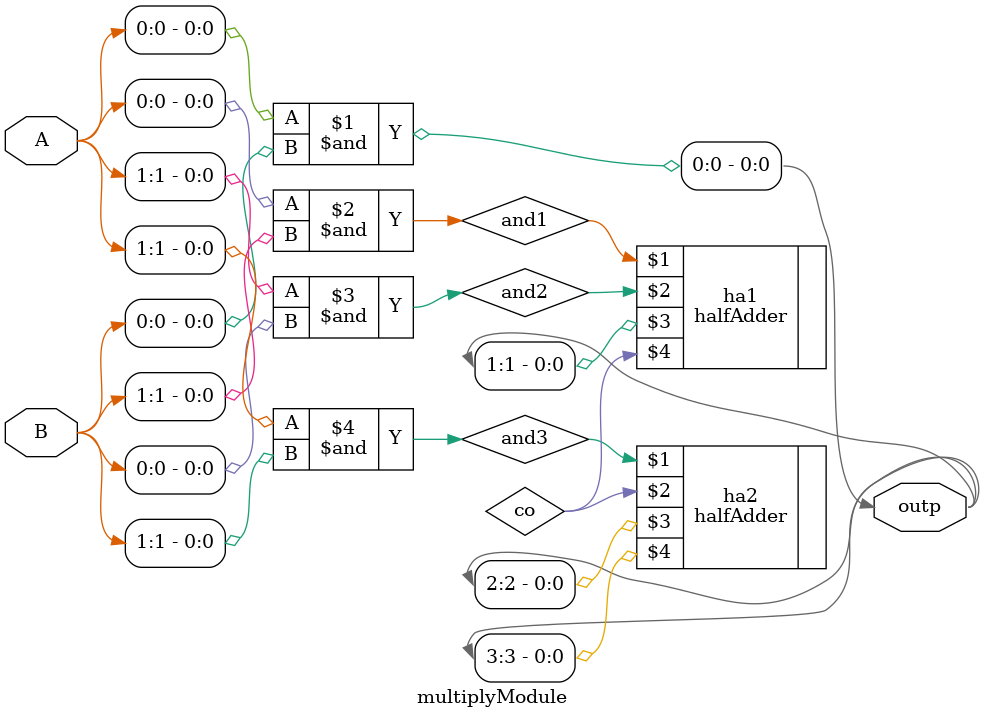
<source format=v>
`timescale 1ns / 1ps
module multiplyModule(
	input [1:0] A ,
	input [1:0] B ,
	output [3:0]	outp
    );
	 
	 wire and1, and2, and3, co ;
	 assign outp[0] = A[0] & B[0] ; 
	 assign and1 = A[0] & B[1] ;
	 assign and2 = A[1] & B[0] ;
	 
	 halfAdder ha1( and1 , and2 ,outp[1] , co);
	 assign and3 = A[1] & B[1] ;
	 halfAdder ha2( and3, co ,outp[2] , outp[3]);
	 
	 
endmodule

</source>
